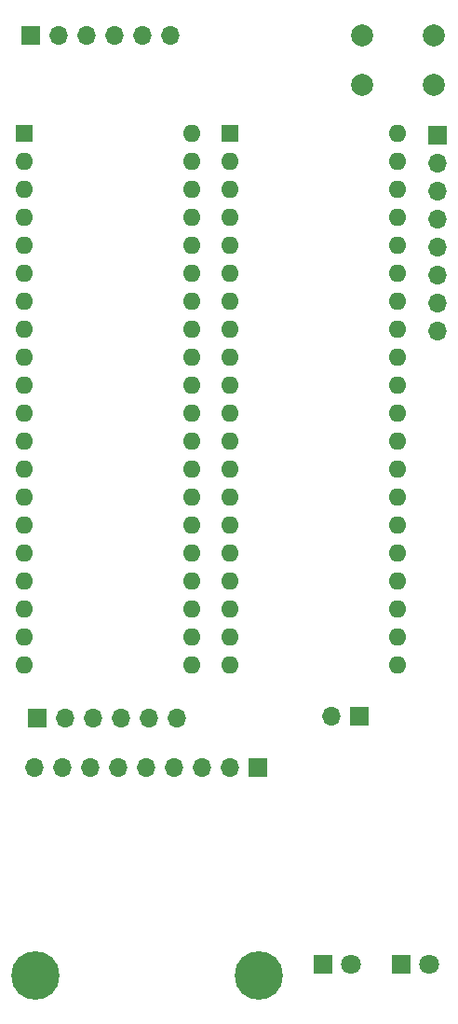
<source format=gbr>
%TF.GenerationSoftware,KiCad,Pcbnew,(5.1.10)-1*%
%TF.CreationDate,2021-10-22T16:43:04-07:00*%
%TF.ProjectId,z80_ssd,7a38305f-7373-4642-9e6b-696361645f70,rev?*%
%TF.SameCoordinates,Original*%
%TF.FileFunction,Soldermask,Top*%
%TF.FilePolarity,Negative*%
%FSLAX46Y46*%
G04 Gerber Fmt 4.6, Leading zero omitted, Abs format (unit mm)*
G04 Created by KiCad (PCBNEW (5.1.10)-1) date 2021-10-22 16:43:04*
%MOMM*%
%LPD*%
G01*
G04 APERTURE LIST*
%ADD10C,1.800000*%
%ADD11R,1.800000X1.800000*%
%ADD12C,4.400000*%
%ADD13O,1.600000X1.600000*%
%ADD14R,1.600000X1.600000*%
%ADD15O,1.700000X1.700000*%
%ADD16R,1.700000X1.700000*%
%ADD17C,2.000000*%
G04 APERTURE END LIST*
D10*
%TO.C,D2*%
X180594000Y-132842000D03*
D11*
X178054000Y-132842000D03*
%TD*%
D12*
%TO.C,H2*%
X165100000Y-133858000D03*
%TD*%
%TO.C,H1*%
X144780000Y-133858000D03*
%TD*%
D10*
%TO.C,D1*%
X173482000Y-132842000D03*
D11*
X170942000Y-132842000D03*
%TD*%
D13*
%TO.C,U1*%
X177740000Y-57404000D03*
X162500000Y-105664000D03*
X177740000Y-59944000D03*
X162500000Y-103124000D03*
X177740000Y-62484000D03*
X162500000Y-100584000D03*
X177740000Y-65024000D03*
X162500000Y-98044000D03*
X177740000Y-67564000D03*
X162500000Y-95504000D03*
X177740000Y-70104000D03*
X162500000Y-92964000D03*
X177740000Y-72644000D03*
X162500000Y-90424000D03*
X177740000Y-75184000D03*
X162500000Y-87884000D03*
X177740000Y-77724000D03*
X162500000Y-85344000D03*
X177740000Y-80264000D03*
X162500000Y-82804000D03*
X177740000Y-82804000D03*
X162500000Y-80264000D03*
X177740000Y-85344000D03*
X162500000Y-77724000D03*
X177740000Y-87884000D03*
X162500000Y-75184000D03*
X177740000Y-90424000D03*
X162500000Y-72644000D03*
X177740000Y-92964000D03*
X162500000Y-70104000D03*
X177740000Y-95504000D03*
X162500000Y-67564000D03*
X177740000Y-98044000D03*
X162500000Y-65024000D03*
X177740000Y-100584000D03*
X162500000Y-62484000D03*
X177740000Y-103124000D03*
X162500000Y-59944000D03*
X177740000Y-105664000D03*
D14*
X162500000Y-57404000D03*
%TD*%
D13*
%TO.C,U2*%
X159004000Y-57404000D03*
X143764000Y-105664000D03*
X159004000Y-59944000D03*
X143764000Y-103124000D03*
X159004000Y-62484000D03*
X143764000Y-100584000D03*
X159004000Y-65024000D03*
X143764000Y-98044000D03*
X159004000Y-67564000D03*
X143764000Y-95504000D03*
X159004000Y-70104000D03*
X143764000Y-92964000D03*
X159004000Y-72644000D03*
X143764000Y-90424000D03*
X159004000Y-75184000D03*
X143764000Y-87884000D03*
X159004000Y-77724000D03*
X143764000Y-85344000D03*
X159004000Y-80264000D03*
X143764000Y-82804000D03*
X159004000Y-82804000D03*
X143764000Y-80264000D03*
X159004000Y-85344000D03*
X143764000Y-77724000D03*
X159004000Y-87884000D03*
X143764000Y-75184000D03*
X159004000Y-90424000D03*
X143764000Y-72644000D03*
X159004000Y-92964000D03*
X143764000Y-70104000D03*
X159004000Y-95504000D03*
X143764000Y-67564000D03*
X159004000Y-98044000D03*
X143764000Y-65024000D03*
X159004000Y-100584000D03*
X143764000Y-62484000D03*
X159004000Y-103124000D03*
X143764000Y-59944000D03*
X159004000Y-105664000D03*
D14*
X143764000Y-57404000D03*
%TD*%
D15*
%TO.C,J2*%
X144680000Y-115000000D03*
X147220000Y-115000000D03*
X149760000Y-115000000D03*
X152300000Y-115000000D03*
X154840000Y-115000000D03*
X157380000Y-115000000D03*
X159920000Y-115000000D03*
X162460000Y-115000000D03*
D16*
X165000000Y-115000000D03*
%TD*%
D15*
%TO.C,J3*%
X157700000Y-110500000D03*
X155160000Y-110500000D03*
X152620000Y-110500000D03*
X150080000Y-110500000D03*
X147540000Y-110500000D03*
D16*
X145000000Y-110500000D03*
%TD*%
D15*
%TO.C,JP1*%
X171704000Y-110363000D03*
D16*
X174244000Y-110363000D03*
%TD*%
D15*
%TO.C,J4*%
X181400000Y-75380000D03*
X181400000Y-72840000D03*
X181400000Y-70300000D03*
X181400000Y-67760000D03*
X181400000Y-65220000D03*
X181400000Y-62680000D03*
X181400000Y-60140000D03*
D16*
X181400000Y-57600000D03*
%TD*%
D17*
%TO.C,SW1*%
X181000000Y-48500000D03*
X181000000Y-53000000D03*
X174500000Y-48500000D03*
X174500000Y-53000000D03*
%TD*%
D15*
%TO.C,J1*%
X157080000Y-48500000D03*
X154540000Y-48500000D03*
X152000000Y-48500000D03*
X149460000Y-48500000D03*
X146920000Y-48500000D03*
D16*
X144380000Y-48500000D03*
%TD*%
M02*

</source>
